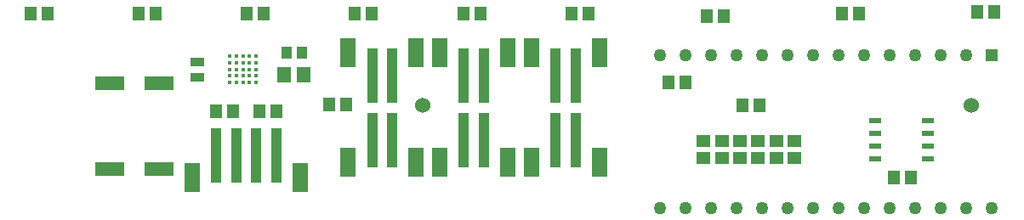
<source format=gbr>
%TF.GenerationSoftware,Altium Limited,Altium Designer,20.0.11 (256)*%
G04 Layer_Color=255*
%FSLAX26Y26*%
%MOIN*%
%TF.FileFunction,Pads,Top*%
%TF.Part,Single*%
G01*
G75*
%TA.AperFunction,SMDPad,CuDef*%
%ADD10R,0.047244X0.057087*%
%ADD11R,0.047244X0.055118*%
%ADD12R,0.039370X0.216535*%
%ADD13R,0.062992X0.118110*%
%ADD14R,0.112205X0.055118*%
%ADD15R,0.055118X0.047244*%
%ADD16R,0.053150X0.061024*%
%ADD17R,0.053150X0.037402*%
%ADD18R,0.039370X0.051181*%
%TA.AperFunction,BGAPad,CuDef*%
%ADD19C,0.014567*%
%TA.AperFunction,SMDPad,CuDef*%
G04:AMPARAMS|DCode=20|XSize=21.654mil|YSize=49.213mil|CornerRadius=1.949mil|HoleSize=0mil|Usage=FLASHONLY|Rotation=270.000|XOffset=0mil|YOffset=0mil|HoleType=Round|Shape=RoundedRectangle|*
%AMROUNDEDRECTD20*
21,1,0.021654,0.045315,0,0,270.0*
21,1,0.017756,0.049213,0,0,270.0*
1,1,0.003898,-0.022657,-0.008878*
1,1,0.003898,-0.022657,0.008878*
1,1,0.003898,0.022657,0.008878*
1,1,0.003898,0.022657,-0.008878*
%
%ADD20ROUNDEDRECTD20*%
%TA.AperFunction,ViaPad*%
%ADD26C,0.060000*%
%TA.AperFunction,ComponentPad*%
%ADD27R,0.050000X0.050000*%
%ADD28C,0.050000*%
D10*
X6958465Y1545000D02*
D03*
X6891535D02*
D03*
X4458465Y1815984D02*
D03*
X4391535D02*
D03*
D11*
X5563071Y1457412D02*
D03*
X5630000D02*
D03*
X7181535Y1455000D02*
D03*
X7248465D02*
D03*
X7571536Y1815000D02*
D03*
X7638465D02*
D03*
X7108465Y1805000D02*
D03*
X7041535D02*
D03*
X6154465Y1815000D02*
D03*
X6087535D02*
D03*
X5306465D02*
D03*
X5239535D02*
D03*
X4882465D02*
D03*
X4815535D02*
D03*
X5663536D02*
D03*
X5730465D02*
D03*
X6511536D02*
D03*
X6578465D02*
D03*
X8101535Y1820000D02*
D03*
X8168465D02*
D03*
X7776535Y1170000D02*
D03*
X7843465D02*
D03*
X5118071Y1430000D02*
D03*
X5185000D02*
D03*
X5355000D02*
D03*
X5288071D02*
D03*
D12*
X5276772Y1258563D02*
D03*
X5198032D02*
D03*
X5355512D02*
D03*
X5119291D02*
D03*
X6528740Y1318583D02*
D03*
X6450000D02*
D03*
X6169055D02*
D03*
X6090315D02*
D03*
X5809370D02*
D03*
X5730630D02*
D03*
Y1571417D02*
D03*
X5809370D02*
D03*
X6090315D02*
D03*
X6169055D02*
D03*
X6450000D02*
D03*
X6528740D02*
D03*
D13*
X5450000Y1169980D02*
D03*
X5024803D02*
D03*
X6623228Y1230000D02*
D03*
X6355512D02*
D03*
X6263543D02*
D03*
X5995827D02*
D03*
X5903858D02*
D03*
X5636142D02*
D03*
Y1660000D02*
D03*
X5903858D02*
D03*
X5995827D02*
D03*
X6263543D02*
D03*
X6355512D02*
D03*
X6623228D02*
D03*
D14*
X4896457Y1540000D02*
D03*
X4703543D02*
D03*
X4896457Y1205000D02*
D03*
X4703543D02*
D03*
D15*
X7385466Y1313465D02*
D03*
Y1246535D02*
D03*
X7030000Y1313465D02*
D03*
Y1246535D02*
D03*
X7101093Y1313465D02*
D03*
Y1246535D02*
D03*
X7172186Y1313465D02*
D03*
Y1246535D02*
D03*
X7243279Y1313465D02*
D03*
Y1246535D02*
D03*
X7314372Y1313465D02*
D03*
Y1246535D02*
D03*
D16*
X5386614Y1575000D02*
D03*
X5463386D02*
D03*
D17*
X5045000Y1564488D02*
D03*
Y1625512D02*
D03*
D18*
X5454528Y1660000D02*
D03*
X5395472D02*
D03*
D19*
X5275591Y1544409D02*
D03*
X5250000D02*
D03*
X5224409D02*
D03*
X5198819D02*
D03*
X5173228D02*
D03*
X5275591Y1570000D02*
D03*
X5250000D02*
D03*
X5224409D02*
D03*
X5198819D02*
D03*
X5173228D02*
D03*
X5275591Y1595591D02*
D03*
X5250000D02*
D03*
X5224409D02*
D03*
X5198819D02*
D03*
X5173228D02*
D03*
X5275591Y1621181D02*
D03*
X5250000D02*
D03*
X5224409D02*
D03*
X5198819D02*
D03*
X5173228D02*
D03*
X5275591Y1646772D02*
D03*
X5250000D02*
D03*
X5224409D02*
D03*
X5198819D02*
D03*
X5173228D02*
D03*
D20*
X7701654Y1395000D02*
D03*
Y1345000D02*
D03*
Y1295000D02*
D03*
Y1245000D02*
D03*
X7908346Y1395000D02*
D03*
Y1345000D02*
D03*
Y1295000D02*
D03*
Y1245000D02*
D03*
D26*
X5930000Y1455000D02*
D03*
X8080000D02*
D03*
D27*
X8160000Y1650000D02*
D03*
D28*
X8060000D02*
D03*
X7960000D02*
D03*
X7860000D02*
D03*
X7760000D02*
D03*
X7660000D02*
D03*
X7560000D02*
D03*
X7460000D02*
D03*
X7360000D02*
D03*
X7260000D02*
D03*
X7160000D02*
D03*
X7060000D02*
D03*
X6960000D02*
D03*
X6860000D02*
D03*
X8160000Y1050000D02*
D03*
X8060000D02*
D03*
X7960000D02*
D03*
X7860000D02*
D03*
X7760000D02*
D03*
X7660000D02*
D03*
X7560000D02*
D03*
X7460000D02*
D03*
X7360000D02*
D03*
X7260000D02*
D03*
X7160000D02*
D03*
X7060000D02*
D03*
X6960000D02*
D03*
X6860000D02*
D03*
%TF.MD5,53ad02bbc6cecc98a0214e27c4e4103a*%
M02*

</source>
